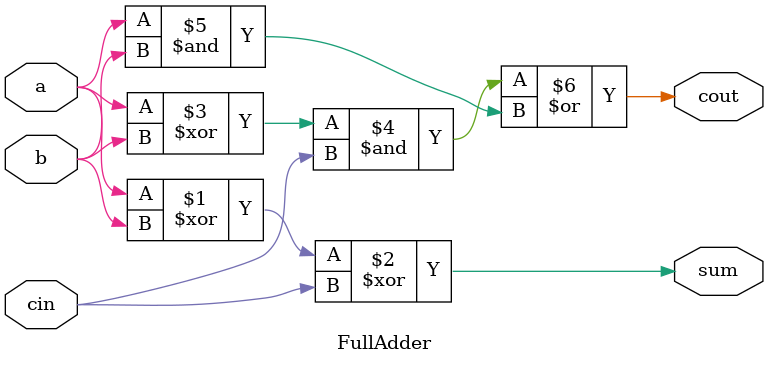
<source format=v>
module FullAdder(
	input a,		//First input to full adder
	input b,		//Second input to full adder
	input cin,	//Carry in used for chaining full adders together
	output sum, //Same digit position result for a + b input
	output cout //Carry out used for chaining full adders together this is the MSB of result concatanated with sum on the MSB fulladder
);

	assign sum = (a^b)^cin;
	assign cout = ((a^b)&cin)|(a&b);

endmodule
</source>
